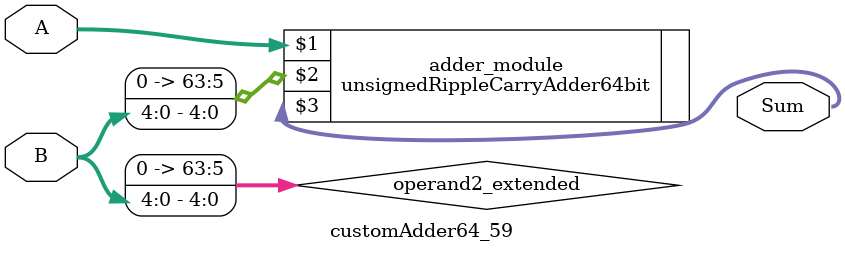
<source format=v>
module customAdder64_59(
                        input [63 : 0] A,
                        input [4 : 0] B,
                        
                        output [64 : 0] Sum
                );

        wire [63 : 0] operand2_extended;
        
        assign operand2_extended =  {59'b0, B};
        
        unsignedRippleCarryAdder64bit adder_module(
            A,
            operand2_extended,
            Sum
        );
        
        endmodule
        
</source>
